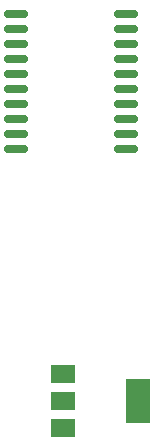
<source format=gbr>
G04 #@! TF.GenerationSoftware,KiCad,Pcbnew,7.0.1-0*
G04 #@! TF.CreationDate,2025-03-17T17:28:37+01:00*
G04 #@! TF.ProjectId,LED-Controller,4c45442d-436f-46e7-9472-6f6c6c65722e,rev?*
G04 #@! TF.SameCoordinates,Original*
G04 #@! TF.FileFunction,Paste,Bot*
G04 #@! TF.FilePolarity,Positive*
%FSLAX46Y46*%
G04 Gerber Fmt 4.6, Leading zero omitted, Abs format (unit mm)*
G04 Created by KiCad (PCBNEW 7.0.1-0) date 2025-03-17 17:28:37*
%MOMM*%
%LPD*%
G01*
G04 APERTURE LIST*
G04 Aperture macros list*
%AMRoundRect*
0 Rectangle with rounded corners*
0 $1 Rounding radius*
0 $2 $3 $4 $5 $6 $7 $8 $9 X,Y pos of 4 corners*
0 Add a 4 corners polygon primitive as box body*
4,1,4,$2,$3,$4,$5,$6,$7,$8,$9,$2,$3,0*
0 Add four circle primitives for the rounded corners*
1,1,$1+$1,$2,$3*
1,1,$1+$1,$4,$5*
1,1,$1+$1,$6,$7*
1,1,$1+$1,$8,$9*
0 Add four rect primitives between the rounded corners*
20,1,$1+$1,$2,$3,$4,$5,0*
20,1,$1+$1,$4,$5,$6,$7,0*
20,1,$1+$1,$6,$7,$8,$9,0*
20,1,$1+$1,$8,$9,$2,$3,0*%
G04 Aperture macros list end*
%ADD10R,2.000000X1.500000*%
%ADD11R,2.000000X3.800000*%
%ADD12RoundRect,0.150000X0.875000X0.150000X-0.875000X0.150000X-0.875000X-0.150000X0.875000X-0.150000X0*%
G04 APERTURE END LIST*
D10*
G04 #@! TO.C,U4*
X154635200Y-128044000D03*
D11*
X160935200Y-125744000D03*
D10*
X154635200Y-125744000D03*
X154635200Y-123444000D03*
G04 #@! TD*
D12*
G04 #@! TO.C,U3*
X150594800Y-92989400D03*
X150594800Y-94259400D03*
X150594800Y-95529400D03*
X150594800Y-96799400D03*
X150594800Y-98069400D03*
X150594800Y-99339400D03*
X150594800Y-100609400D03*
X150594800Y-101879400D03*
X150594800Y-103149400D03*
X150594800Y-104419400D03*
X159894800Y-104419400D03*
X159894800Y-103149400D03*
X159894800Y-101879400D03*
X159894800Y-100609400D03*
X159894800Y-99339400D03*
X159894800Y-98069400D03*
X159894800Y-96799400D03*
X159894800Y-95529400D03*
X159894800Y-94259400D03*
X159894800Y-92989400D03*
G04 #@! TD*
M02*

</source>
